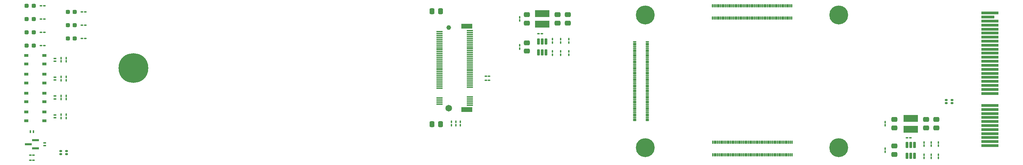
<source format=gts>
%TF.GenerationSoftware,KiCad,Pcbnew,9.0.2*%
%TF.CreationDate,2025-06-03T00:46:39+06:00*%
%TF.ProjectId,OPI CM5 Blade board,4f504920-434d-4352-9042-6c6164652062,rev?*%
%TF.SameCoordinates,Original*%
%TF.FileFunction,Soldermask,Top*%
%TF.FilePolarity,Negative*%
%FSLAX46Y46*%
G04 Gerber Fmt 4.6, Leading zero omitted, Abs format (unit mm)*
G04 Created by KiCad (PCBNEW 9.0.2) date 2025-06-03 00:46:39*
%MOMM*%
%LPD*%
G01*
G04 APERTURE LIST*
G04 Aperture macros list*
%AMRoundRect*
0 Rectangle with rounded corners*
0 $1 Rounding radius*
0 $2 $3 $4 $5 $6 $7 $8 $9 X,Y pos of 4 corners*
0 Add a 4 corners polygon primitive as box body*
4,1,4,$2,$3,$4,$5,$6,$7,$8,$9,$2,$3,0*
0 Add four circle primitives for the rounded corners*
1,1,$1+$1,$2,$3*
1,1,$1+$1,$4,$5*
1,1,$1+$1,$6,$7*
1,1,$1+$1,$8,$9*
0 Add four rect primitives between the rounded corners*
20,1,$1+$1,$2,$3,$4,$5,0*
20,1,$1+$1,$4,$5,$6,$7,0*
20,1,$1+$1,$6,$7,$8,$9,0*
20,1,$1+$1,$8,$9,$2,$3,0*%
G04 Aperture macros list end*
%ADD10RoundRect,0.100000X0.217500X0.100000X-0.217500X0.100000X-0.217500X-0.100000X0.217500X-0.100000X0*%
%ADD11RoundRect,0.100000X-0.100000X0.217500X-0.100000X-0.217500X0.100000X-0.217500X0.100000X0.217500X0*%
%ADD12C,4.700000*%
%ADD13RoundRect,0.100000X0.100000X-0.217500X0.100000X0.217500X-0.100000X0.217500X-0.100000X-0.217500X0*%
%ADD14RoundRect,0.050000X0.150000X0.300000X-0.150000X0.300000X-0.150000X-0.300000X0.150000X-0.300000X0*%
%ADD15R,0.990600X0.711200*%
%ADD16RoundRect,0.100000X-0.217500X-0.100000X0.217500X-0.100000X0.217500X0.100000X-0.217500X0.100000X0*%
%ADD17RoundRect,0.050000X-0.300000X0.150000X-0.300000X-0.150000X0.300000X-0.150000X0.300000X0.150000X0*%
%ADD18R,3.606800X1.803400*%
%ADD19RoundRect,0.050000X0.100000X0.350000X-0.100000X0.350000X-0.100000X-0.350000X0.100000X-0.350000X0*%
%ADD20C,1.150000*%
%ADD21C,1.650000*%
%ADD22R,1.550000X0.300000*%
%ADD23C,7.400000*%
%ADD24R,2.750000X1.200000*%
%ADD25RoundRect,0.250000X-0.475000X0.337500X-0.475000X-0.337500X0.475000X-0.337500X0.475000X0.337500X0*%
%ADD26RoundRect,0.250000X0.337500X0.475000X-0.337500X0.475000X-0.337500X-0.475000X0.337500X-0.475000X0*%
%ADD27RoundRect,0.050000X0.350000X-0.100000X0.350000X0.100000X-0.350000X0.100000X-0.350000X-0.100000X0*%
%ADD28R,1.750000X0.600000*%
%ADD29RoundRect,0.237500X0.287500X0.237500X-0.287500X0.237500X-0.287500X-0.237500X0.287500X-0.237500X0*%
%ADD30RoundRect,0.250000X0.475000X-0.337500X0.475000X0.337500X-0.475000X0.337500X-0.475000X-0.337500X0*%
%ADD31RoundRect,0.162500X0.162500X-0.617500X0.162500X0.617500X-0.162500X0.617500X-0.162500X-0.617500X0*%
%ADD32R,4.300000X0.700000*%
%ADD33R,3.200000X0.700000*%
%ADD34RoundRect,0.102000X-0.250000X-0.150000X0.250000X-0.150000X0.250000X0.150000X-0.250000X0.150000X0*%
%ADD35RoundRect,0.102000X0.250000X0.150000X-0.250000X0.150000X-0.250000X-0.150000X0.250000X-0.150000X0*%
G04 APERTURE END LIST*
D10*
%TO.C,R13*%
X42539500Y-30988000D03*
X41724500Y-30988000D03*
%TD*%
D11*
%TO.C,R2*%
X47974000Y-58139500D03*
X47974000Y-58954500D03*
%TD*%
D12*
%TO.C,H2*%
X191673230Y-66294508D03*
%TD*%
D11*
%TO.C,CC2*%
X160496000Y-33882500D03*
X160496000Y-34697500D03*
%TD*%
D13*
%TO.C,R4*%
X170656000Y-43206500D03*
X170656000Y-42391500D03*
%TD*%
D14*
%TO.C,ED5*%
X39829000Y-62331875D03*
X39129000Y-62331875D03*
%TD*%
D13*
%TO.C,CC4*%
X160496000Y-41682500D03*
X160496000Y-40867500D03*
%TD*%
D11*
%TO.C,R14*%
X47974000Y-44042500D03*
X47974000Y-44857500D03*
%TD*%
D10*
%TO.C,R3*%
X52713500Y-35890275D03*
X51898500Y-35890275D03*
%TD*%
D15*
%TO.C,SW4*%
X38103999Y-57472001D03*
X42604001Y-57472001D03*
X38103999Y-59621999D03*
X42604001Y-59621999D03*
%TD*%
D16*
%TO.C,C11*%
X152087500Y-48514000D03*
X152902500Y-48514000D03*
%TD*%
D13*
%TO.C,CC5*%
X251174000Y-67387300D03*
X251174000Y-66572300D03*
%TD*%
D17*
%TO.C,ED6*%
X42654000Y-65156875D03*
X42654000Y-65856875D03*
%TD*%
D11*
%TO.C,CC6*%
X262604000Y-65048300D03*
X262604000Y-65863300D03*
%TD*%
D13*
%TO.C,CC1*%
X46704000Y-58954500D03*
X46704000Y-58139500D03*
%TD*%
D18*
%TO.C,L1*%
X166084000Y-35636200D03*
X166084000Y-32943800D03*
%TD*%
D11*
%TO.C,C17*%
X264382000Y-68096300D03*
X264382000Y-68911300D03*
%TD*%
D10*
%TO.C,R7*%
X42539500Y-34290000D03*
X41724500Y-34290000D03*
%TD*%
D19*
%TO.C,J2*%
X208379527Y-34082790D03*
X208379527Y-31002790D03*
X208779527Y-34082790D03*
X208779527Y-31002790D03*
X209179527Y-34082790D03*
X209179527Y-31002790D03*
X209579527Y-34082790D03*
X209579527Y-31002790D03*
X209979527Y-34082790D03*
X209979527Y-31002790D03*
X210379527Y-34082790D03*
X210379527Y-31002790D03*
X210779527Y-34082790D03*
X210779527Y-31002790D03*
X211179527Y-34082790D03*
X211179527Y-31002790D03*
X211579527Y-34082790D03*
X211579527Y-31002790D03*
X211979527Y-34082790D03*
X211979527Y-31002790D03*
X212379527Y-34082790D03*
X212379527Y-31002790D03*
X212779527Y-34082790D03*
X212779527Y-31002790D03*
X213179527Y-34082790D03*
X213179527Y-31002790D03*
X213579527Y-34082790D03*
X213579527Y-31002790D03*
X213979527Y-34082790D03*
X213979527Y-31002790D03*
X214379527Y-34082790D03*
X214379527Y-31002790D03*
X214779527Y-34082790D03*
X214779527Y-31002790D03*
X215179527Y-34082790D03*
X215179527Y-31002790D03*
X215579527Y-34082790D03*
X215579527Y-31002790D03*
X215979527Y-34082790D03*
X215979527Y-31002790D03*
X216379527Y-34082790D03*
X216379527Y-31002790D03*
X216779527Y-34082790D03*
X216779527Y-31002790D03*
X217179527Y-34082790D03*
X217179527Y-31002790D03*
X217579527Y-34082790D03*
X217579527Y-31002790D03*
X217979527Y-34082790D03*
X217979527Y-31002790D03*
X218379527Y-34082790D03*
X218379527Y-31002790D03*
X218779527Y-34082790D03*
X218779527Y-31002790D03*
X219179527Y-34082790D03*
X219179527Y-31002790D03*
X219579527Y-34082790D03*
X219579527Y-31002790D03*
X219979527Y-34082790D03*
X219979527Y-31002790D03*
X220379527Y-34082790D03*
X220379527Y-31002790D03*
X220779527Y-34082790D03*
X220779527Y-31002790D03*
X221179527Y-34082790D03*
X221179527Y-31002790D03*
X221579527Y-34082790D03*
X221579527Y-31002790D03*
X221979527Y-34082790D03*
X221979527Y-31002790D03*
X222379527Y-34082790D03*
X222379527Y-31002790D03*
X222779527Y-34082790D03*
X222779527Y-31002790D03*
X223179527Y-34082790D03*
X223179527Y-31002790D03*
X223579527Y-34082790D03*
X223579527Y-31002790D03*
X223979527Y-34082790D03*
X223979527Y-31002790D03*
X224379527Y-34082790D03*
X224379527Y-31002790D03*
X224779527Y-34082790D03*
X224779527Y-31002790D03*
X225179527Y-34082790D03*
X225179527Y-31002790D03*
X225579527Y-34082790D03*
X225579527Y-31002790D03*
X225979527Y-34082790D03*
X225979527Y-31002790D03*
X226379527Y-34082790D03*
X226379527Y-31002790D03*
X226779527Y-34082790D03*
X226779527Y-31002790D03*
X227179527Y-34082790D03*
X227179527Y-31002790D03*
X227579527Y-34082790D03*
X227579527Y-31002790D03*
X227979527Y-34082790D03*
X227979527Y-31002790D03*
%TD*%
D20*
%TO.C,J5*%
X142886500Y-36482000D03*
D21*
X142886500Y-56482000D03*
D22*
X148161500Y-37232000D03*
X140611500Y-37482000D03*
X148161500Y-37732000D03*
X140611500Y-37982000D03*
X148161500Y-38232000D03*
X140611500Y-38482000D03*
X148161500Y-38732000D03*
X140611500Y-38982000D03*
X148161500Y-39232000D03*
X140611500Y-39482000D03*
X148161500Y-39732000D03*
X140611500Y-39982000D03*
X148161500Y-40232000D03*
X140611500Y-40482000D03*
X148161500Y-40732000D03*
X140611500Y-40982000D03*
X148161500Y-41232000D03*
X140611500Y-41482000D03*
X148161500Y-41732000D03*
X140611500Y-41982000D03*
X148161500Y-42232000D03*
X140611500Y-42482000D03*
X148161500Y-42732000D03*
X140611500Y-42982000D03*
X148161500Y-43232000D03*
X140611500Y-43482000D03*
X148161500Y-43732000D03*
X140611500Y-43982000D03*
X148161500Y-44232000D03*
X140611500Y-44482000D03*
X148161500Y-44732000D03*
X140611500Y-44982000D03*
X148161500Y-45232000D03*
X140611500Y-45482000D03*
X148161500Y-45732000D03*
X140611500Y-45982000D03*
X148161500Y-46232000D03*
X140611500Y-46482000D03*
X148161500Y-46732000D03*
X140611500Y-46982000D03*
X148161500Y-47232000D03*
X140611500Y-47482000D03*
X148161500Y-47732000D03*
X140611500Y-47982000D03*
X148161500Y-48232000D03*
X140611500Y-48482000D03*
X148161500Y-48732000D03*
X140611500Y-48982000D03*
X148161500Y-49232000D03*
X140611500Y-49482000D03*
X148161500Y-49732000D03*
X140611500Y-49982000D03*
X148161500Y-50232000D03*
X140611500Y-50482000D03*
X148161500Y-50732000D03*
X140611500Y-50982000D03*
X148161500Y-51232000D03*
X140611500Y-51482000D03*
X148161500Y-53732000D03*
X140611500Y-53982000D03*
X148161500Y-54232000D03*
X140611500Y-54482000D03*
X148161500Y-54732000D03*
X140611500Y-54982000D03*
X148161500Y-55232000D03*
X140611500Y-55482000D03*
X148161500Y-55732000D03*
D23*
X64636500Y-46482000D03*
D24*
X147386500Y-36132000D03*
X147386500Y-56832000D03*
%TD*%
D11*
%TO.C,R22*%
X264382000Y-65048300D03*
X264382000Y-65863300D03*
%TD*%
D10*
%TO.C,R12*%
X39886500Y-69469000D03*
X39071500Y-69469000D03*
%TD*%
D25*
%TO.C,C9*%
X162274000Y-33252500D03*
X162274000Y-35327500D03*
%TD*%
D26*
%TO.C,C43*%
X140832500Y-32385000D03*
X138757500Y-32385000D03*
%TD*%
D10*
%TO.C,R8*%
X42539500Y-40894000D03*
X41724500Y-40894000D03*
%TD*%
%TO.C,R6*%
X42539500Y-37592000D03*
X41724500Y-37592000D03*
%TD*%
D27*
%TO.C,J3*%
X189057484Y-39994541D03*
X192137484Y-39994541D03*
X189057484Y-40394541D03*
X192137484Y-40394541D03*
X189057484Y-40794541D03*
X192137484Y-40794541D03*
X189057484Y-41194541D03*
X192137484Y-41194541D03*
X189057484Y-41594541D03*
X192137484Y-41594541D03*
X189057484Y-41994541D03*
X192137484Y-41994541D03*
X189057484Y-42394541D03*
X192137484Y-42394541D03*
X189057484Y-42794541D03*
X192137484Y-42794541D03*
X189057484Y-43194541D03*
X192137484Y-43194541D03*
X189057484Y-43594541D03*
X192137484Y-43594541D03*
X189057484Y-43994541D03*
X192137484Y-43994541D03*
X189057484Y-44394541D03*
X192137484Y-44394541D03*
X189057484Y-44794541D03*
X192137484Y-44794541D03*
X189057484Y-45194541D03*
X192137484Y-45194541D03*
X189057484Y-45594541D03*
X192137484Y-45594541D03*
X189057484Y-45994541D03*
X192137484Y-45994541D03*
X189057484Y-46394541D03*
X192137484Y-46394541D03*
X189057484Y-46794541D03*
X192137484Y-46794541D03*
X189057484Y-47194541D03*
X192137484Y-47194541D03*
X189057484Y-47594541D03*
X192137484Y-47594541D03*
X189057484Y-47994541D03*
X192137484Y-47994541D03*
X189057484Y-48394541D03*
X192137484Y-48394541D03*
X189057484Y-48794541D03*
X192137484Y-48794541D03*
X189057484Y-49194541D03*
X192137484Y-49194541D03*
X189057484Y-49594541D03*
X192137484Y-49594541D03*
X189057484Y-49994541D03*
X192137484Y-49994541D03*
X189057484Y-50394541D03*
X192137484Y-50394541D03*
X189057484Y-50794541D03*
X192137484Y-50794541D03*
X189057484Y-51194541D03*
X192137484Y-51194541D03*
X189057484Y-51594541D03*
X192137484Y-51594541D03*
X189057484Y-51994541D03*
X192137484Y-51994541D03*
X189057484Y-52394541D03*
X192137484Y-52394541D03*
X189057484Y-52794541D03*
X192137484Y-52794541D03*
X189057484Y-53194541D03*
X192137484Y-53194541D03*
X189057484Y-53594541D03*
X192137484Y-53594541D03*
X189057484Y-53994541D03*
X192137484Y-53994541D03*
X189057484Y-54394541D03*
X192137484Y-54394541D03*
X189057484Y-54794541D03*
X192137484Y-54794541D03*
X189057484Y-55194541D03*
X192137484Y-55194541D03*
X189057484Y-55594541D03*
X192137484Y-55594541D03*
X189057484Y-55994541D03*
X192137484Y-55994541D03*
X189057484Y-56394541D03*
X192137484Y-56394541D03*
X189057484Y-56794541D03*
X192137484Y-56794541D03*
X189057484Y-57194541D03*
X192137484Y-57194541D03*
X189057484Y-57594541D03*
X192137484Y-57594541D03*
X189057484Y-57994541D03*
X192137484Y-57994541D03*
X189057484Y-58394541D03*
X192137484Y-58394541D03*
X189057484Y-58794541D03*
X192137484Y-58794541D03*
X189057484Y-59194541D03*
X192137484Y-59194541D03*
X189057484Y-59594541D03*
X192137484Y-59594541D03*
%TD*%
D17*
%TO.C,D17*%
X45180000Y-44122500D03*
X45180000Y-44822500D03*
%TD*%
D16*
%TO.C,C10*%
X152087500Y-49530000D03*
X152902500Y-49530000D03*
%TD*%
D13*
%TO.C,R26*%
X262604000Y-68911300D03*
X262604000Y-68096300D03*
%TD*%
D25*
%TO.C,C20*%
X261372000Y-59339000D03*
X261372000Y-61414000D03*
%TD*%
D28*
%TO.C,NC/SIP1X3*%
X40354000Y-64506875D03*
X38604000Y-65506875D03*
X40354000Y-66506875D03*
%TD*%
D13*
%TO.C,R21*%
X260826000Y-65863300D03*
X260826000Y-65048300D03*
%TD*%
D10*
%TO.C,R10*%
X52713500Y-39192275D03*
X51898500Y-39192275D03*
%TD*%
D25*
%TO.C,C18*%
X253460000Y-59339000D03*
X253460000Y-61414000D03*
%TD*%
%TO.C,C19*%
X263874000Y-59339000D03*
X263874000Y-61414000D03*
%TD*%
D29*
%TO.C,D10*%
X50133000Y-39192275D03*
X48383000Y-39192275D03*
%TD*%
D12*
%TO.C,H3*%
X191673230Y-33294828D03*
%TD*%
D13*
%TO.C,C3*%
X46704000Y-49556500D03*
X46704000Y-48741500D03*
%TD*%
D26*
%TO.C,C40*%
X140832500Y-60452000D03*
X138757500Y-60452000D03*
%TD*%
D15*
%TO.C,SW2*%
X38103999Y-43375001D03*
X42604001Y-43375001D03*
X38103999Y-45524999D03*
X42604001Y-45524999D03*
%TD*%
D13*
%TO.C,C6*%
X46704000Y-44857500D03*
X46704000Y-44042500D03*
%TD*%
D16*
%TO.C,C16*%
X256608500Y-63881000D03*
X257423500Y-63881000D03*
%TD*%
D30*
%TO.C,C14*%
X162274000Y-42312500D03*
X162274000Y-40237500D03*
%TD*%
D17*
%TO.C,D2*%
X45180000Y-58197000D03*
X45180000Y-58897000D03*
%TD*%
D10*
%TO.C,R1*%
X52713500Y-32588275D03*
X51898500Y-32588275D03*
%TD*%
%TO.C,R11*%
X39886500Y-68199000D03*
X39071500Y-68199000D03*
%TD*%
D11*
%TO.C,R144*%
X47974000Y-53440500D03*
X47974000Y-54255500D03*
%TD*%
D25*
%TO.C,C13*%
X169894000Y-33252500D03*
X169894000Y-35327500D03*
%TD*%
D31*
%TO.C,U4*%
X165134000Y-42625000D03*
X166084000Y-42625000D03*
X167034000Y-42625000D03*
X167034000Y-39925000D03*
X166084000Y-39925000D03*
X165134000Y-39925000D03*
%TD*%
D29*
%TO.C,D3*%
X50133000Y-35890275D03*
X48383000Y-35890275D03*
%TD*%
D15*
%TO.C,SW1*%
X38103999Y-52773001D03*
X42604001Y-52773001D03*
X38103999Y-54922999D03*
X42604001Y-54922999D03*
%TD*%
D12*
%TO.C,H4*%
X239674150Y-33294828D03*
%TD*%
D11*
%TO.C,R20*%
X172688000Y-39343500D03*
X172688000Y-40158500D03*
%TD*%
%TO.C,C8*%
X172688000Y-42391500D03*
X172688000Y-43206500D03*
%TD*%
D15*
%TO.C,SW3*%
X38103999Y-48074001D03*
X42604001Y-48074001D03*
X38103999Y-50223999D03*
X42604001Y-50223999D03*
%TD*%
D29*
%TO.C,D7*%
X39959000Y-37592000D03*
X38209000Y-37592000D03*
%TD*%
D12*
%TO.C,H1*%
X239674150Y-66294508D03*
%TD*%
D11*
%TO.C,R25*%
X145764000Y-59917500D03*
X145764000Y-60732500D03*
%TD*%
D32*
%TO.C,J4*%
X277209000Y-65832000D03*
X277209000Y-64832000D03*
X277209000Y-63832000D03*
X277209000Y-62832000D03*
X277209000Y-61832000D03*
X277209000Y-60832000D03*
X277209000Y-59832000D03*
X277209000Y-58832000D03*
X277209000Y-57832000D03*
X277209000Y-56832000D03*
X277209000Y-55832000D03*
X277209000Y-52832000D03*
X277209000Y-51832000D03*
X277209000Y-50832000D03*
X277209000Y-49832000D03*
X277209000Y-48832000D03*
X277209000Y-47832000D03*
X277209000Y-46832000D03*
X277209000Y-45832000D03*
X277209000Y-44832000D03*
X277209000Y-43832000D03*
X277209000Y-42832000D03*
X277209000Y-41832000D03*
X277209000Y-40832000D03*
X277209000Y-39832000D03*
X277209000Y-38832000D03*
X277209000Y-37832000D03*
X277209000Y-36832000D03*
X277209000Y-35832000D03*
X277209000Y-34832000D03*
D33*
X276659000Y-33832000D03*
D32*
X277209000Y-32832000D03*
%TD*%
D11*
%TO.C,R24*%
X144674000Y-59917500D03*
X144674000Y-60732500D03*
%TD*%
D13*
%TO.C,C27*%
X46704000Y-54255500D03*
X46704000Y-53440500D03*
%TD*%
D29*
%TO.C,D11*%
X39959000Y-30988000D03*
X38209000Y-30988000D03*
%TD*%
%TO.C,D1*%
X50133000Y-32588275D03*
X48383000Y-32588275D03*
%TD*%
D11*
%TO.C,R23*%
X143605000Y-59917500D03*
X143605000Y-60732500D03*
%TD*%
%TO.C,R139*%
X47974000Y-48741500D03*
X47974000Y-49556500D03*
%TD*%
D34*
%TO.C,U2*%
X266349000Y-54464000D03*
X266349000Y-55264000D03*
X267749000Y-55264000D03*
X267749000Y-54464000D03*
%TD*%
D19*
%TO.C,J1*%
X208433985Y-68082722D03*
X208433985Y-65002722D03*
X208833985Y-68082722D03*
X208833985Y-65002722D03*
X209233985Y-68082722D03*
X209233985Y-65002722D03*
X209633985Y-68082722D03*
X209633985Y-65002722D03*
X210033985Y-68082722D03*
X210033985Y-65002722D03*
X210433985Y-68082722D03*
X210433985Y-65002722D03*
X210833985Y-68082722D03*
X210833985Y-65002722D03*
X211233985Y-68082722D03*
X211233985Y-65002722D03*
X211633985Y-68082722D03*
X211633985Y-65002722D03*
X212033985Y-68082722D03*
X212033985Y-65002722D03*
X212433985Y-68082722D03*
X212433985Y-65002722D03*
X212833985Y-68082722D03*
X212833985Y-65002722D03*
X213233985Y-68082722D03*
X213233985Y-65002722D03*
X213633985Y-68082722D03*
X213633985Y-65002722D03*
X214033985Y-68082722D03*
X214033985Y-65002722D03*
X214433985Y-68082722D03*
X214433985Y-65002722D03*
X214833985Y-68082722D03*
X214833985Y-65002722D03*
X215233985Y-68082722D03*
X215233985Y-65002722D03*
X215633985Y-68082722D03*
X215633985Y-65002722D03*
X216033985Y-68082722D03*
X216033985Y-65002722D03*
X216433985Y-68082722D03*
X216433985Y-65002722D03*
X216833985Y-68082722D03*
X216833985Y-65002722D03*
X217233985Y-68082722D03*
X217233985Y-65002722D03*
X217633985Y-68082722D03*
X217633985Y-65002722D03*
X218033985Y-68082722D03*
X218033985Y-65002722D03*
X218433985Y-68082722D03*
X218433985Y-65002722D03*
X218833985Y-68082722D03*
X218833985Y-65002722D03*
X219233985Y-68082722D03*
X219233985Y-65002722D03*
X219633985Y-68082722D03*
X219633985Y-65002722D03*
X220033985Y-68082722D03*
X220033985Y-65002722D03*
X220433985Y-68082722D03*
X220433985Y-65002722D03*
X220833985Y-68082722D03*
X220833985Y-65002722D03*
X221233985Y-68082722D03*
X221233985Y-65002722D03*
X221633985Y-68082722D03*
X221633985Y-65002722D03*
X222033985Y-68082722D03*
X222033985Y-65002722D03*
X222433985Y-68082722D03*
X222433985Y-65002722D03*
X222833985Y-68082722D03*
X222833985Y-65002722D03*
X223233985Y-68082722D03*
X223233985Y-65002722D03*
X223633985Y-68082722D03*
X223633985Y-65002722D03*
X224033985Y-68082722D03*
X224033985Y-65002722D03*
X224433985Y-68082722D03*
X224433985Y-65002722D03*
X224833985Y-68082722D03*
X224833985Y-65002722D03*
X225233985Y-68082722D03*
X225233985Y-65002722D03*
X225633985Y-68082722D03*
X225633985Y-65002722D03*
X226033985Y-68082722D03*
X226033985Y-65002722D03*
X226433985Y-68082722D03*
X226433985Y-65002722D03*
X226833985Y-68082722D03*
X226833985Y-65002722D03*
X227233985Y-68082722D03*
X227233985Y-65002722D03*
X227633985Y-68082722D03*
X227633985Y-65002722D03*
X228033985Y-68082722D03*
X228033985Y-65002722D03*
%TD*%
D11*
%TO.C,R5*%
X168624000Y-42391500D03*
X168624000Y-43206500D03*
%TD*%
D29*
%TO.C,D8*%
X39959000Y-34290000D03*
X38209000Y-34290000D03*
%TD*%
D11*
%TO.C,CC3*%
X170656000Y-39343500D03*
X170656000Y-40158500D03*
%TD*%
D35*
%TO.C,U1*%
X48039000Y-67964000D03*
X48039000Y-67164000D03*
X46639000Y-67164000D03*
X46639000Y-67964000D03*
%TD*%
D11*
%TO.C,CC7*%
X251174000Y-59969000D03*
X251174000Y-60784000D03*
%TD*%
D25*
%TO.C,C12*%
X172434000Y-33252500D03*
X172434000Y-35327500D03*
%TD*%
D17*
%TO.C,D4*%
X45180000Y-53498000D03*
X45180000Y-54198000D03*
%TD*%
%TO.C,D33*%
X45180000Y-48799000D03*
X45180000Y-49499000D03*
%TD*%
D29*
%TO.C,D9*%
X39959000Y-40894000D03*
X38209000Y-40894000D03*
%TD*%
D11*
%TO.C,R27*%
X260826000Y-68096300D03*
X260826000Y-68911300D03*
%TD*%
D30*
%TO.C,C15*%
X253460000Y-68017300D03*
X253460000Y-65942300D03*
%TD*%
D31*
%TO.C,U5*%
X256574000Y-68329800D03*
X257524000Y-68329800D03*
X258474000Y-68329800D03*
X258474000Y-65629800D03*
X257524000Y-65629800D03*
X256574000Y-65629800D03*
%TD*%
D13*
%TO.C,R18*%
X168624000Y-40158500D03*
X168624000Y-39343500D03*
%TD*%
D16*
%TO.C,C7*%
X165168500Y-37973000D03*
X165983500Y-37973000D03*
%TD*%
D18*
%TO.C,L2*%
X257524000Y-61722700D03*
X257524000Y-59030300D03*
%TD*%
M02*

</source>
